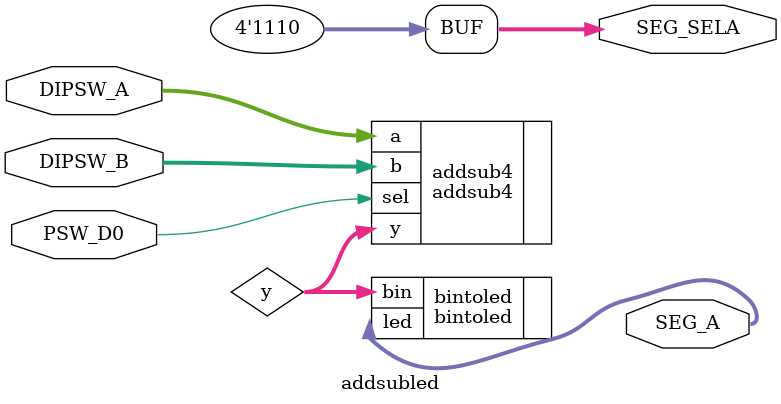
<source format=v>
module addsubled (
  output [7:0] SEG_A,
  output [3:0] SEG_SELA,
  input [3:0] DIPSW_A,
  input [3:0] DIPSW_B,
  input PSW_D0
  );
  wire [3:0] y;
  assign SEG_SELA = 4'b1110;
  addsub4 addsub4 (
    .y(y),
    .a(DIPSW_A),
    .b(DIPSW_B),
    .sel(PSW_D0));
  bintoled bintoled (
    .led(SEG_A),
    .bin(y));
endmodule

</source>
